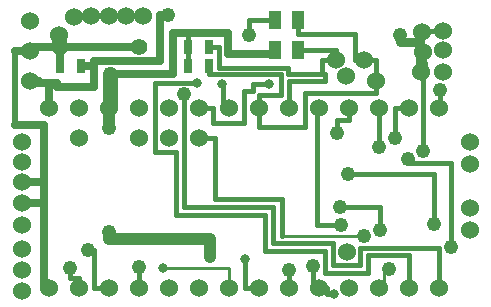
<source format=gbr>
%FSLAX35Y35*%
%MOIN*%
G04 EasyPC Gerber Version 18.0.8 Build 3632 *
%ADD18R,0.03150X0.04724*%
%ADD16R,0.03937X0.05906*%
%ADD17R,0.03937X0.06102*%
%ADD21C,0.01000*%
%ADD70C,0.01500*%
%ADD27C,0.02165*%
%ADD25C,0.02500*%
%ADD22C,0.03000*%
%ADD20C,0.03200*%
%ADD24C,0.04000*%
%ADD71C,0.04800*%
%ADD26C,0.05000*%
%ADD23C,0.05600*%
%ADD14C,0.06000*%
%ADD15C,0.06000*%
X0Y0D02*
D02*
D14*
X4868Y26209D03*
X4993Y4244D03*
Y11108D03*
Y17972D03*
Y33323D03*
Y40437D03*
Y47051D03*
Y53791D03*
X7489Y74243D03*
Y84243D03*
Y94243D03*
X17223Y89484D03*
X22215Y95600D03*
X27831Y95724D03*
X33822D03*
X39563D03*
X45179D03*
X109702Y81247D03*
X112947Y75756D03*
X113322Y17098D03*
X118938Y80998D03*
X123056Y74009D03*
X137783Y77254D03*
X138407Y90358D03*
X138657Y83868D03*
X145146Y90857D03*
X145396Y77254D03*
Y84617D03*
X154382Y24587D03*
Y31950D03*
Y46427D03*
Y53666D03*
D02*
D15*
X14043Y5169D03*
Y65169D03*
X24043Y5169D03*
Y55169D03*
Y65169D03*
X34043Y5169D03*
Y65169D03*
X44043Y5169D03*
Y55169D03*
Y65169D03*
X54043Y5169D03*
Y55169D03*
Y65169D03*
X64043Y5169D03*
Y55169D03*
Y65169D03*
X74043Y5169D03*
Y65169D03*
X84043Y5169D03*
Y65169D03*
X94043Y5169D03*
Y65169D03*
X104043Y5169D03*
Y65169D03*
X114043Y5169D03*
Y65169D03*
X124043Y5169D03*
Y65169D03*
X134043Y5169D03*
Y65169D03*
X144043Y5169D03*
Y65169D03*
D02*
D16*
X96972Y84492D03*
Y94335D03*
D02*
D17*
X89098Y84492D03*
Y94335D03*
D02*
D18*
X17674Y79001D03*
X24760D03*
X60231D03*
Y85615D03*
X67318Y79001D03*
Y85615D03*
D02*
D70*
X24043Y5169D02*
Y8487D01*
X21092*
Y11857*
X34043Y5169D02*
X28955D01*
Y17847*
X26958*
X34321Y65169D02*
X34043D01*
X44043Y5169D02*
Y12231D01*
X59032Y69641D02*
Y32200D01*
X88486*
Y20094*
X108454*
Y12730*
X117690*
Y18471*
X144023*
X144043Y12730*
Y5169*
X60231Y79001D02*
Y85615D01*
Y89983*
X62776*
X71637Y73010D02*
X71887D01*
Y65169*
X74043*
X79274Y14921D02*
Y5169D01*
X84043*
Y65169D02*
Y58783D01*
X99219*
Y70015*
X123056*
Y74009*
X84043Y65169D02*
Y69335D01*
X91107*
Y76380*
X67318*
Y79001*
X87363Y73010D02*
X82043D01*
Y70669*
X79043*
Y60169*
X68543*
Y65169*
X64043*
X89098Y84492D02*
Y83119D01*
Y94335D02*
X80623D01*
Y89484*
X80748*
X91481Y22340D02*
Y34696D01*
X69266*
Y55169*
X64043*
X94043Y5169D02*
Y11108D01*
X93977*
X94043Y65169D02*
Y74009D01*
X106043*
Y76380*
X104835*
X96972Y84492D02*
X109702D01*
Y81247*
X96972Y94335D02*
Y89859D01*
X116067*
Y80998*
X118938*
X104043Y5169D02*
X106582D01*
Y2996*
X109078*
X104043Y5169D02*
Y5117D01*
X101840*
Y12481*
X104835Y76380D02*
X93728D01*
Y78626*
X70514*
Y85615*
X67318*
X109702Y81247D02*
X104835D01*
Y76380*
X110826Y32075D02*
X124429D01*
Y24337*
X111325Y26084D02*
X103213D01*
Y65169*
X104043*
X113571Y43113D02*
X142401D01*
Y26383*
X114043Y65169D02*
Y61029D01*
X110077*
Y56911*
X123056Y74009D02*
Y80998D01*
X118938*
X124055Y52168D02*
X124043D01*
Y65169*
X129421Y55288D02*
Y65169D01*
X134043*
Y5169D02*
Y15975D01*
X120311*
Y10234*
X106083*
Y17348*
X85990*
Y29454*
X56287*
Y50421*
X49298*
Y73329*
X63424*
X138532Y50920D02*
Y77254D01*
X137783*
X144043Y65169D02*
Y67519D01*
X144398*
Y71263*
X145146Y90857D02*
X138282D01*
Y80169*
X148017Y18970D02*
Y46802D01*
X133540*
Y48174*
D02*
D71*
X21092Y11857D03*
X26958Y17847D03*
X34043Y58408D03*
X34096Y23782D03*
X34321Y76505D03*
X44043Y12231D03*
X53541Y95974D03*
X59032Y69641D03*
X80748Y89484D03*
X93977Y11108D03*
X101840Y12481D03*
X110077Y56911D03*
X110826Y32075D03*
X111325Y26084D03*
X113571Y43113D03*
X118938Y22340D03*
X124055Y52168D03*
X124429Y24337D03*
X127424Y11482D03*
X129421Y55288D03*
X130794Y89359D03*
X133540Y48174D03*
X138532Y50920D03*
X142401Y26383D03*
X144398Y71263D03*
X148017Y18970D03*
D02*
D20*
X51907Y11857D03*
X63424Y73329D03*
X71637Y73010D03*
X79274Y14921D03*
X87363Y73010D03*
X109078Y2996D03*
D02*
D21*
X51907Y11857D02*
X74043D01*
Y5169*
X118938Y22340D02*
X91481D01*
X124043Y5169D02*
X125677D01*
Y11482*
X127424*
D02*
D22*
X67668Y15420D03*
X137783Y77254D02*
X138657D01*
Y80169*
X138282*
X137543*
Y87169*
X130794*
Y89359*
D02*
D23*
X44043Y85366D03*
D02*
D24*
X34043Y65169D02*
Y58408D01*
X34096Y23782D02*
Y21591D01*
X67668*
Y15420*
D02*
D25*
X2746Y59531D02*
X12356D01*
Y39438*
X4993Y33323D02*
X12356D01*
X4993Y40437D02*
X12356D01*
Y39438*
X7489Y74243D02*
X10733D01*
Y73494*
X14043*
X7489Y84243D02*
X2746D01*
X12356Y33323D02*
Y5169D01*
X14043*
X12356Y39438D02*
Y33323D01*
X14043Y65169D02*
Y73494D01*
X16599*
Y72261*
X28955*
Y79001*
X28830*
X17223Y85366D02*
X16100D01*
Y85491*
X7489*
Y84243*
X17674Y79001D02*
Y85366D01*
X24760Y79001D02*
X28830D01*
Y80873*
X50795*
Y95974*
X53541*
X44043Y85366D02*
X17223D01*
X62776Y89983D02*
X55163D01*
Y76505*
X34321*
X89098Y83119D02*
X73509D01*
Y89983*
X62776*
D02*
D26*
X17223Y89484D02*
Y85366D01*
X17674D02*
X17223D01*
X34321Y76505D02*
Y65169D01*
D02*
D27*
X2746Y84243D02*
Y59531D01*
X0Y0D02*
M02*

</source>
